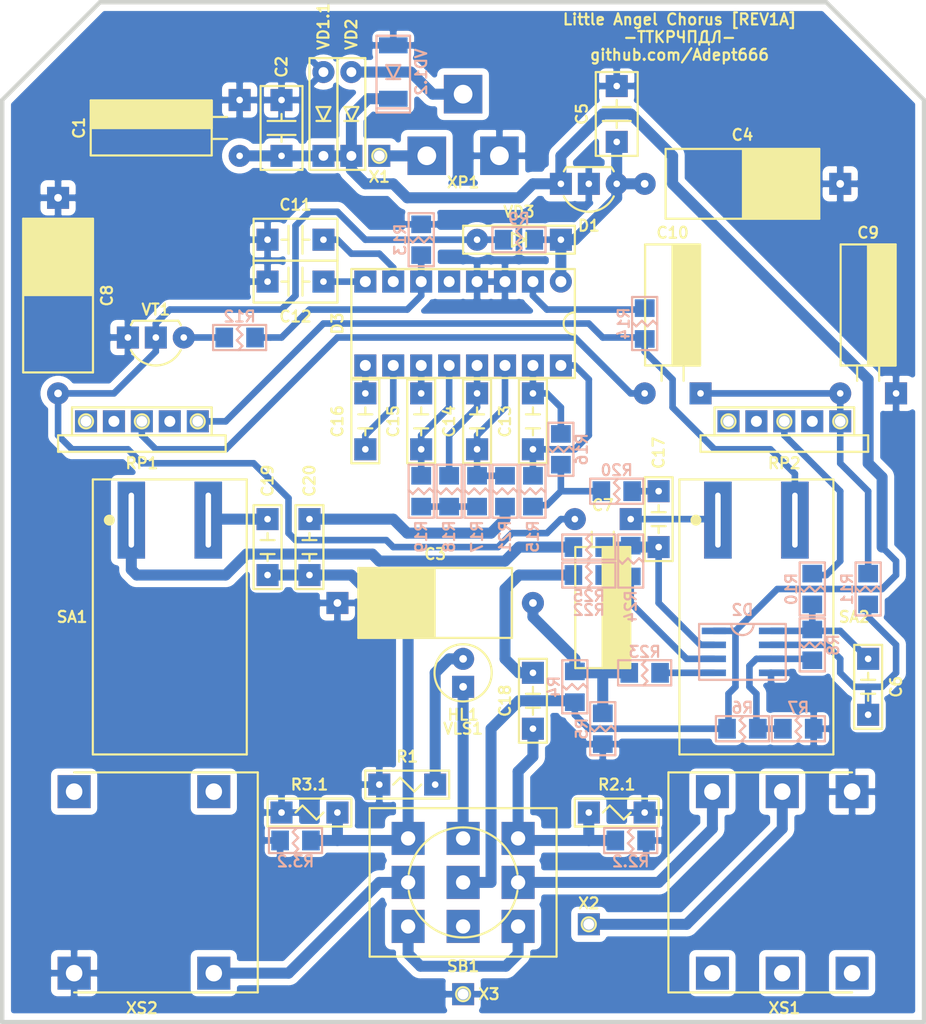
<source format=kicad_pcb>
(kicad_pcb (version 20171130) (host pcbnew 5.1.6-c6e7f7d~87~ubuntu19.10.1)
  (title_block (title "Little Angel Chorus") (date 2020-09-17) (rev 1A) (company "Igor Ivanov") (comment 1 https://github.com/Adept666) (comment 2 "This project is licensed under GNU General Public License v3.0 or later"))
  (layers (0 F.Cu jumper hide) (31 B.Cu signal hide) (36 B.SilkS user) (37 F.SilkS user) (38 B.Mask user) (44 Edge.Cuts user))
  (net 0 "")
  (net 1 COM)
  (net 2 "Net-(HL1-PadC)")
  (net 3 /LED)
  (net 4 "Net-(SB1-PadNC1)")
  (net 5 "Net-(SB1-PadNC2)")
  (net 6 "Net-(XS1-PadSN)")
  (net 7 "Net-(XS1-PadRN)")
  (net 8 "Net-(XS1-PadTN)")
  (net 9 "Net-(XS2-PadSN)")
  (net 10 "Net-(XS2-PadTN)")
  (net 11 /IN-SCH)
  (net 12 /IN-CON)
  (net 13 /OUT-SCH)
  (net 14 /OUT-CON)
  (net 15 /PP3-POS)
  (net 16 /PP3-NEG)
  (net 17 "Net-(C13-Pad1)")
  (net 18 "Net-(C11-Pad2)")
  (net 19 "Net-(C12-Pad2)")
  (net 20 "Net-(C13-Pad2)")
  (net 21 "Net-(C17-Pad2)")
  (net 22 "Net-(C19-Pad1)")
  (net 23 "Net-(D2-Pad6)")
  (net 24 "Net-(D2-Pad5)")
  (net 25 "Net-(D3-Pad6)")
  (net 26 "Net-(D3-Pad5)")
  (net 27 V)
  (net 28 "Net-(R10-Pad2)")
  (net 29 "Net-(RP1-Pad1)")
  (net 30 VB)
  (net 31 VA)
  (net 32 VC)
  (net 33 "Net-(VD2-PadA)")
  (net 34 "Net-(C10-Pad-)")
  (net 35 "Net-(C10-Pad+)")
  (net 36 "Net-(C14-Pad1)")
  (net 37 "Net-(C14-Pad2)")
  (net 38 "Net-(C15-Pad1)")
  (net 39 "Net-(C15-Pad2)")
  (net 40 "Net-(C16-Pad2)")
  (net 41 "Net-(C16-Pad1)")
  (net 42 "Net-(C17-Pad1)")
  (net 43 "Net-(C18-Pad2)")
  (net 44 "Net-(C20-Pad1)")
  (net 45 "Net-(D3-Pad2)")
  (net 46 "Net-(R12-Pad1)")
  (net 47 "Net-(R14-Pad1)")
  (net 48 "Net-(R15-Pad2)")
  (net 49 "Net-(R17-Pad2)")
  (net 50 "Net-(R25-Pad2)")
  (net 51 "Net-(RP2-Pad1)")
  (net 52 "Net-(C6-Pad1)")
  (net 53 "Net-(C6-Pad2)")
  (net 54 "Net-(C7-Pad+)")
  (net 55 "Net-(C7-Pad-)")
  (module SBKCL:G0473_little_angel_chorus_r1a (layer F.Cu) (at 105.41 148.59)
    (fp_text reference VE1 hide)
    (fp_text value G0473 hide)
  )
  (module SBKCL:RP-RK1233N1-KC-PCB (layer F.Cu) (at 134.62 122.08)
    (fp_text reference RP2 (at 0 12.54) (layer F.SilkS) (effects (font (thickness 0.2))))
    (fp_text value B50K hide)
    (pad 3 thru_hole rect (at 5.08 8.73) (size 2 2) (drill 1) (layers B.Cu B.Mask) (net 34 "Net-(C10-Pad-)"))
    (pad NC2 thru_hole rect (at 2.54 8.73) (size 2 2) (drill 1) (layers B.Cu B.Mask))
    (pad 2 thru_hole rect (at 0 8.73) (size 2 2) (drill 1) (layers B.Cu B.Mask) (net 28 "Net-(R10-Pad2)"))
    (pad NC1 thru_hole rect (at -2.54 8.73) (size 2 2) (drill 1) (layers B.Cu B.Mask))
    (pad 1 thru_hole rect (at -5.08 8.73) (size 2 2) (drill 1) (layers B.Cu B.Mask) (net 51 "Net-(RP2-Pad1)"))
  )
  (module SBKCL:RP-RK1233N1-KC-PCB (layer F.Cu) (at 76.2 122.08)
    (fp_text reference RP1 (at 0 12.54) (layer F.SilkS) (effects (font (thickness 0.2))))
    (fp_text value B50K hide)
    (pad 3 thru_hole rect (at 5.08 8.73) (size 2 2) (drill 1) (layers B.Cu B.Mask) (net 47 "Net-(R14-Pad1)"))
    (pad NC2 thru_hole rect (at 2.54 8.73) (size 2 2) (drill 1) (layers B.Cu B.Mask))
    (pad 2 thru_hole rect (at 0 8.73) (size 2 2) (drill 1) (layers B.Cu B.Mask) (net 35 "Net-(C10-Pad+)"))
    (pad NC1 thru_hole rect (at -2.54 8.73) (size 2 2) (drill 1) (layers B.Cu B.Mask))
    (pad 1 thru_hole rect (at -5.08 8.73) (size 2 2) (drill 1) (layers B.Cu B.Mask) (net 29 "Net-(RP1-Pad1)"))
  )
  (module KCL:P-SO-08 (layer B.Cu) (at 130.81 151.765 180)
    (fp_text reference D2 (at 0 3.81) (layer B.SilkS) (effects (font (thickness 0.2)) (justify mirror)))
    (fp_text value 5532 hide)
    (pad 8 smd rect (at 2.6 1.905 180) (size 2.2 0.6) (layers B.Cu B.Mask) (net 27 V))
    (pad 7 smd rect (at 2.6 0.635 180) (size 2.2 0.6) (layers B.Cu B.Mask) (net 21 "Net-(C17-Pad2)"))
    (pad 6 smd rect (at 2.6 -0.635 180) (size 2.2 0.6) (layers B.Cu B.Mask) (net 23 "Net-(D2-Pad6)"))
    (pad 5 smd rect (at 2.6 -1.905 180) (size 2.2 0.6) (layers B.Cu B.Mask) (net 24 "Net-(D2-Pad5)"))
    (pad 4 smd rect (at -2.6 -1.905 180) (size 2.2 0.6) (layers B.Cu B.Mask) (net 1 COM))
    (pad 3 smd rect (at -2.6 -0.635 180) (size 2.2 0.6) (layers B.Cu B.Mask) (net 32 VC))
    (pad 2 smd rect (at -2.6 0.635 180) (size 2.2 0.6) (layers B.Cu B.Mask) (net 53 "Net-(C6-Pad2)"))
    (pad 1 smd rect (at -2.6 1.905 180) (size 2.2 0.6) (layers B.Cu B.Mask) (net 52 "Net-(C6-Pad1)"))
  )
  (module KCL:R-SM-1206 (layer B.Cu) (at 90.17 168.91)
    (fp_text reference R3.2 (at 0 1.905) (layer B.SilkS) (effects (font (thickness 0.2)) (justify mirror)))
    (fp_text value 104 hide)
    (pad 2 smd rect (at 1.4 0) (size 1.6 1.8) (layers B.Cu B.Mask) (net 13 /OUT-SCH))
    (pad 1 smd rect (at -1.4 0) (size 1.6 1.8) (layers B.Cu B.Mask) (net 1 COM))
  )
  (module KCL:R-SM-1206 (layer B.Cu) (at 120.65 168.91 180)
    (fp_text reference R2.2 (at 0 -1.905) (layer B.SilkS) (effects (font (thickness 0.2)) (justify mirror)))
    (fp_text value 105 hide)
    (pad 2 smd rect (at 1.4 0 180) (size 1.6 1.8) (layers B.Cu B.Mask) (net 11 /IN-SCH))
    (pad 1 smd rect (at -1.4 0 180) (size 1.6 1.8) (layers B.Cu B.Mask) (net 1 COM))
  )
  (module KCL:R-SM-1206 (layer B.Cu) (at 135.89 158.75 180)
    (fp_text reference R7 (at 0 1.905) (layer B.SilkS) (effects (font (thickness 0.2)) (justify mirror)))
    (fp_text value 473 hide)
    (pad 2 smd rect (at 1.4 0 180) (size 1.6 1.8) (layers B.Cu B.Mask) (net 32 VC))
    (pad 1 smd rect (at -1.4 0 180) (size 1.6 1.8) (layers B.Cu B.Mask) (net 1 COM))
  )
  (module KCL:R-SM-1206 (layer B.Cu) (at 130.81 158.75 180)
    (fp_text reference R6 (at 0 1.905) (layer B.SilkS) (effects (font (thickness 0.2)) (justify mirror)))
    (fp_text value 104 hide)
    (pad 2 smd rect (at 1.4 0 180) (size 1.6 1.8) (layers B.Cu B.Mask) (net 27 V))
    (pad 1 smd rect (at -1.4 0 180) (size 1.6 1.8) (layers B.Cu B.Mask) (net 32 VC))
  )
  (module KCL:R-SM-1206 (layer B.Cu) (at 118.11 158.75 90)
    (fp_text reference R5 (at 0 -1.905 270) (layer B.SilkS) (effects (font (thickness 0.2)) (justify mirror)))
    (fp_text value 103 hide)
    (pad 2 smd rect (at 1.4 0 90) (size 1.6 1.8) (layers B.Cu B.Mask) (net 30 VB))
    (pad 1 smd rect (at -1.4 0 90) (size 1.6 1.8) (layers B.Cu B.Mask) (net 1 COM))
  )
  (module KCL:R-SM-1206 (layer B.Cu) (at 115.57 154.94 270)
    (fp_text reference R4 (at 0 1.905 90) (layer B.SilkS) (effects (font (thickness 0.2)) (justify mirror)))
    (fp_text value 103 hide)
    (pad 2 smd rect (at 1.4 0 270) (size 1.6 1.8) (layers B.Cu B.Mask) (net 27 V))
    (pad 1 smd rect (at -1.4 0 270) (size 1.6 1.8) (layers B.Cu B.Mask) (net 30 VB))
  )
  (module KCL:CP-AXIAL-D06-L13-d0.6 (layer F.Cu) (at 102.87 147.32 180)
    (fp_text reference C3 (at 0 4.445) (layer F.SilkS) (effects (font (thickness 0.2))))
    (fp_text value 476 hide)
    (pad - thru_hole rect (at 8.89 0 180) (size 2 2) (drill 0.7) (layers *.Cu *.Mask) (net 1 COM))
    (pad + thru_hole circle (at -8.89 0 180) (size 2 2) (drill 0.7) (layers *.Cu *.Mask) (net 30 VB))
  )
  (module KCL:SW-KN3-1-PCB (layer F.Cu) (at 132.08 148.59)
    (fp_text reference SA2 (at 8.89 0) (layer F.SilkS) (effects (font (thickness 0.2))))
    (fp_text value KN3-1 hide)
    (pad NO thru_hole rect (at 3.5 -8.8) (size 2.5 7) (drill oval 0.5 5) (layers B.Cu B.Mask) (net 47 "Net-(R14-Pad1)"))
    (pad COM thru_hole rect (at -3.5 -8.8) (size 2.5 7) (drill oval 0.5 5) (layers B.Cu B.Mask) (net 55 "Net-(C7-Pad-)"))
  )
  (module KCL:SW-KN3-1-PCB (layer F.Cu) (at 78.74 148.59)
    (fp_text reference SA1 (at -8.89 0) (layer F.SilkS) (effects (font (thickness 0.2))))
    (fp_text value KN3-1 hide)
    (pad NO thru_hole rect (at 3.5 -8.8) (size 2.5 7) (drill oval 0.5 5) (layers B.Cu B.Mask) (net 22 "Net-(C19-Pad1)"))
    (pad COM thru_hole rect (at -3.5 -8.8) (size 2.5 7) (drill oval 0.5 5) (layers B.Cu B.Mask) (net 50 "Net-(R25-Pad2)"))
  )
  (module KCL:CP-RADIAL-D05.0-P02.0-d0.5-L11-HD (layer F.Cu) (at 118.11 139.7)
    (fp_text reference C7 (at 0 -1.27) (layer F.SilkS) (effects (font (thickness 0.2))))
    (fp_text value 106 hide)
    (pad + thru_hole circle (at -2.54 0) (size 2 2) (drill 0.6) (layers *.Cu *.Mask) (net 54 "Net-(C7-Pad+)"))
    (pad - thru_hole rect (at 2.54 0) (size 2 2) (drill 0.6) (layers *.Cu *.Mask) (net 55 "Net-(C7-Pad-)"))
  )
  (module KCL:P-DO-41 (layer F.Cu) (at 95.25 102.87 270)
    (fp_text reference VD2 (at -5.715 0 90) (layer F.SilkS) (effects (font (thickness 0.2)) (justify left)))
    (fp_text value 5817 hide)
    (pad A thru_hole circle (at -3.81 0 270) (size 2 2) (drill 0.9) (layers *.Cu *.Mask) (net 33 "Net-(VD2-PadA)"))
    (pad C thru_hole rect (at 3.81 0 270) (size 2 2) (drill 0.9) (layers *.Cu *.Mask) (net 27 V))
  )
  (module KCL:P-TO-92-C-B-E (layer F.Cu) (at 77.47 123.19 180)
    (fp_text reference VT1 (at 0 2.54) (layer F.SilkS) (effects (font (thickness 0.2))))
    (fp_text value 3904 hide)
    (pad E thru_hole rect (at 2.54 0 180) (size 2 2) (drill 0.6) (layers *.Cu *.Mask) (net 1 COM))
    (pad B thru_hole rect (at 0 0 180) (size 2 2) (drill 0.6) (layers *.Cu *.Mask) (net 54 "Net-(C7-Pad+)"))
    (pad C thru_hole circle (at -2.54 0 180) (size 2 2) (drill 0.6) (layers *.Cu *.Mask) (net 46 "Net-(R12-Pad1)"))
  )
  (module KCL:P-DO-35 (layer F.Cu) (at 110.49 114.3)
    (fp_text reference VD3 (at 0 -2.54) (layer F.SilkS) (effects (font (thickness 0.2))))
    (fp_text value 4148 hide)
    (pad A thru_hole circle (at -3.81 0) (size 2 2) (drill 0.6) (layers *.Cu *.Mask) (net 54 "Net-(C7-Pad+)"))
    (pad C thru_hole rect (at 3.81 0) (size 2 2) (drill 0.6) (layers *.Cu *.Mask) (net 31 VA))
  )
  (module KCL:R-SM-1206 (layer B.Cu) (at 137.16 146.05 90)
    (fp_text reference R10 (at 0 -1.905 90) (layer B.SilkS) (effects (font (thickness 0.2)) (justify mirror)))
    (fp_text value 472 hide)
    (pad 2 smd rect (at 1.4 0 90) (size 1.6 1.8) (layers B.Cu B.Mask) (net 28 "Net-(R10-Pad2)"))
    (pad 1 smd rect (at -1.4 0 90) (size 1.6 1.8) (layers B.Cu B.Mask) (net 52 "Net-(C6-Pad1)"))
  )
  (module KCL:R-SM-1206 (layer B.Cu) (at 142.24 146.05 90)
    (fp_text reference R11 (at 0 -1.905 90) (layer B.SilkS) (effects (font (thickness 0.2)) (justify mirror)))
    (fp_text value 224 hide)
    (pad 2 smd rect (at 1.4 0 90) (size 1.6 1.8) (layers B.Cu B.Mask) (net 34 "Net-(C10-Pad-)"))
    (pad 1 smd rect (at -1.4 0 90) (size 1.6 1.8) (layers B.Cu B.Mask) (net 53 "Net-(C6-Pad2)"))
  )
  (module KCL:R-SM-1206 (layer B.Cu) (at 121.92 121.92 90)
    (fp_text reference R14 (at 0 -1.905 90) (layer B.SilkS) (effects (font (thickness 0.2)) (justify mirror)))
    (fp_text value 333 hide)
    (pad 2 smd rect (at 1.4 0 90) (size 1.6 1.8) (layers B.Cu B.Mask) (net 45 "Net-(D3-Pad2)"))
    (pad 1 smd rect (at -1.4 0 90) (size 1.6 1.8) (layers B.Cu B.Mask) (net 47 "Net-(R14-Pad1)"))
  )
  (module KCL:R-SM-1206 (layer B.Cu) (at 121.92 153.67)
    (fp_text reference R23 (at 0 -1.905) (layer B.SilkS) (effects (font (thickness 0.2)) (justify mirror)))
    (fp_text value 334 hide)
    (pad 2 smd rect (at 1.4 0) (size 1.6 1.8) (layers B.Cu B.Mask) (net 24 "Net-(D2-Pad5)"))
    (pad 1 smd rect (at -1.4 0) (size 1.6 1.8) (layers B.Cu B.Mask) (net 30 VB))
  )
  (module KCL:R-SM-1206 (layer B.Cu) (at 101.6 114.3 270)
    (fp_text reference R13 (at 0 1.905 90) (layer B.SilkS) (effects (font (thickness 0.2)) (justify mirror)))
    (fp_text value 222 hide)
    (pad 2 smd rect (at 1.4 0 270) (size 1.6 1.8) (layers B.Cu B.Mask) (net 25 "Net-(D3-Pad6)"))
    (pad 1 smd rect (at -1.4 0 270) (size 1.6 1.8) (layers B.Cu B.Mask) (net 1 COM))
  )
  (module KCL:R-SM-1206 (layer B.Cu) (at 110.49 114.3)
    (fp_text reference R9 (at 0 -1.905) (layer B.SilkS) (effects (font (thickness 0.2)) (justify mirror)))
    (fp_text value 683 hide)
    (pad 2 smd rect (at 1.4 0) (size 1.6 1.8) (layers B.Cu B.Mask) (net 31 VA))
    (pad 1 smd rect (at -1.4 0) (size 1.6 1.8) (layers B.Cu B.Mask) (net 54 "Net-(C7-Pad+)"))
  )
  (module KCL:CP-RADIAL-D05.0-P02.0-d0.5-L11-HU (layer F.Cu) (at 142.24 128.27)
    (fp_text reference C9 (at 0 -14.605) (layer F.SilkS) (effects (font (thickness 0.2))))
    (fp_text value 106 hide)
    (pad + thru_hole circle (at -2.54 0) (size 2 2) (drill 0.6) (layers *.Cu *.Mask) (net 34 "Net-(C10-Pad-)"))
    (pad - thru_hole rect (at 2.54 0) (size 2 2) (drill 0.6) (layers *.Cu *.Mask) (net 1 COM))
  )
  (module KCL:CP-RADIAL-D05.0-P02.0-d0.5-L11-HU (layer F.Cu) (at 124.46 128.27)
    (fp_text reference C10 (at 0 -14.605) (layer F.SilkS) (effects (font (thickness 0.2))))
    (fp_text value 106 hide)
    (pad + thru_hole circle (at -2.54 0) (size 2 2) (drill 0.6) (layers *.Cu *.Mask) (net 35 "Net-(C10-Pad+)"))
    (pad - thru_hole rect (at 2.54 0) (size 2 2) (drill 0.6) (layers *.Cu *.Mask) (net 34 "Net-(C10-Pad-)"))
  )
  (module KCL:CP-AXIAL-D06-L13-d0.6 (layer F.Cu) (at 68.58 119.38 90)
    (fp_text reference C8 (at 0 4.445 90) (layer F.SilkS) (effects (font (thickness 0.2))))
    (fp_text value 476 hide)
    (pad - thru_hole rect (at 8.89 0 90) (size 2 2) (drill 0.7) (layers *.Cu *.Mask) (net 1 COM))
    (pad + thru_hole circle (at -8.89 0 90) (size 2 2) (drill 0.7) (layers *.Cu *.Mask) (net 54 "Net-(C7-Pad+)"))
  )
  (module KCL:C-RECT-L07.3-W02.5-P05.08-d0.5 (layer F.Cu) (at 87.63 142.24 270)
    (fp_text reference C19 (at -4.445 0 90) (layer F.SilkS) (effects (font (thickness 0.2)) (justify left)))
    (fp_text value 104 hide)
    (pad 1 thru_hole rect (at -2.54 0 270) (size 2 2) (drill 0.6) (layers B.Cu B.Mask) (net 22 "Net-(C19-Pad1)"))
    (pad 2 thru_hole rect (at 2.54 0 270) (size 2 2) (drill 0.6) (layers B.Cu B.Mask) (net 13 /OUT-SCH))
  )
  (module KCL:C-RECT-L07.3-W02.5-P05.08-d0.5 (layer F.Cu) (at 142.24 154.94 270)
    (fp_text reference C6 (at 0 -2.54 90) (layer F.SilkS) (effects (font (thickness 0.2))))
    (fp_text value 103 hide)
    (pad 1 thru_hole rect (at -2.54 0 270) (size 2 2) (drill 0.6) (layers B.Cu B.Mask) (net 52 "Net-(C6-Pad1)"))
    (pad 2 thru_hole rect (at 2.54 0 270) (size 2 2) (drill 0.6) (layers B.Cu B.Mask) (net 53 "Net-(C6-Pad2)"))
  )
  (module KCL:C-RECT-L07.3-W02.5-P05.08-d0.5 (layer F.Cu) (at 91.44 142.24 270)
    (fp_text reference C20 (at -4.445 0 90) (layer F.SilkS) (effects (font (thickness 0.2)) (justify left)))
    (fp_text value 104 hide)
    (pad 1 thru_hole rect (at -2.54 0 270) (size 2 2) (drill 0.6) (layers B.Cu B.Mask) (net 44 "Net-(C20-Pad1)"))
    (pad 2 thru_hole rect (at 2.54 0 270) (size 2 2) (drill 0.6) (layers B.Cu B.Mask) (net 13 /OUT-SCH))
  )
  (module KCL:C-RECT-L07.3-W02.5-P05.08-d0.5 (layer F.Cu) (at 123.19 139.7 270)
    (fp_text reference C17 (at -4.445 0 90) (layer F.SilkS) (effects (font (thickness 0.2)) (justify left)))
    (fp_text value 104 hide)
    (pad 1 thru_hole rect (at -2.54 0 270) (size 2 2) (drill 0.6) (layers B.Cu B.Mask) (net 42 "Net-(C17-Pad1)"))
    (pad 2 thru_hole rect (at 2.54 0 270) (size 2 2) (drill 0.6) (layers B.Cu B.Mask) (net 21 "Net-(C17-Pad2)"))
  )
  (module KCL:P-DO-41 (layer F.Cu) (at 92.71 102.87 270)
    (fp_text reference VD1.1 (at -5.715 0 90) (layer F.SilkS) (effects (font (thickness 0.2)) (justify left)))
    (fp_text value 4001 hide)
    (pad A thru_hole circle (at -3.81 0 270) (size 2 2) (drill 0.9) (layers *.Cu *.Mask) (net 1 COM))
    (pad C thru_hole rect (at 3.81 0 270) (size 2 2) (drill 0.9) (layers *.Cu *.Mask) (net 27 V))
  )
  (module KCL:R-SM-1206 (layer B.Cu) (at 85.09 123.19)
    (fp_text reference R12 (at 0 -1.905) (layer B.SilkS) (effects (font (thickness 0.2)) (justify mirror)))
    (fp_text value 101 hide)
    (pad 2 smd rect (at 1.4 0) (size 1.6 1.8) (layers B.Cu B.Mask) (net 25 "Net-(D3-Pad6)"))
    (pad 1 smd rect (at -1.4 0) (size 1.6 1.8) (layers B.Cu B.Mask) (net 46 "Net-(R12-Pad1)"))
  )
  (module KCL:R-SM-1206 (layer B.Cu) (at 137.16 151.13 90)
    (fp_text reference R8 (at 0 1.905 90) (layer B.SilkS) (effects (font (thickness 0.2)) (justify mirror)))
    (fp_text value 224 hide)
    (pad 2 smd rect (at 1.4 0 90) (size 1.6 1.8) (layers B.Cu B.Mask) (net 52 "Net-(C6-Pad1)"))
    (pad 1 smd rect (at -1.4 0 90) (size 1.6 1.8) (layers B.Cu B.Mask) (net 32 VC))
  )
  (module KCL:R-SM-1206 (layer B.Cu) (at 109.22 137.16 270)
    (fp_text reference R21 (at 2.54 0 90) (layer B.SilkS) (effects (font (thickness 0.2)) (justify left mirror)))
    (fp_text value 103 hide)
    (pad 2 smd rect (at 1.4 0 270) (size 1.6 1.8) (layers B.Cu B.Mask) (net 44 "Net-(C20-Pad1)"))
    (pad 1 smd rect (at -1.4 0 270) (size 1.6 1.8) (layers B.Cu B.Mask) (net 36 "Net-(C14-Pad1)"))
  )
  (module KCL:R-SM-1206 (layer B.Cu) (at 116.84 142.24 180)
    (fp_text reference R25 (at 0 -4.445) (layer B.SilkS) (effects (font (thickness 0.2)) (justify mirror)))
    (fp_text value 103 hide)
    (pad 2 smd rect (at 1.4 0 180) (size 1.6 1.8) (layers B.Cu B.Mask) (net 50 "Net-(R25-Pad2)"))
    (pad 1 smd rect (at -1.4 0 180) (size 1.6 1.8) (layers B.Cu B.Mask) (net 21 "Net-(C17-Pad2)"))
  )
  (module KCL:R-SM-1206 (layer B.Cu) (at 119.38 137.16)
    (fp_text reference R20 (at 0 -1.905) (layer B.SilkS) (effects (font (thickness 0.2)) (justify mirror)))
    (fp_text value 103 hide)
    (pad 2 smd rect (at 1.4 0) (size 1.6 1.8) (layers B.Cu B.Mask) (net 42 "Net-(C17-Pad1)"))
    (pad 1 smd rect (at -1.4 0) (size 1.6 1.8) (layers B.Cu B.Mask) (net 48 "Net-(R15-Pad2)"))
  )
  (module KCL:R-SM-1206 (layer B.Cu) (at 101.6 137.16 270)
    (fp_text reference R19 (at 2.54 0 90) (layer B.SilkS) (effects (font (thickness 0.2)) (justify left mirror)))
    (fp_text value 103 hide)
    (pad 2 smd rect (at 1.4 0 270) (size 1.6 1.8) (layers B.Cu B.Mask) (net 49 "Net-(R17-Pad2)"))
    (pad 1 smd rect (at -1.4 0 270) (size 1.6 1.8) (layers B.Cu B.Mask) (net 38 "Net-(C15-Pad1)"))
  )
  (module KCL:R-SM-1206 (layer B.Cu) (at 104.14 137.16 270)
    (fp_text reference R18 (at 2.54 0 90) (layer B.SilkS) (effects (font (thickness 0.2)) (justify left mirror)))
    (fp_text value 103 hide)
    (pad 2 smd rect (at 1.4 0 270) (size 1.6 1.8) (layers B.Cu B.Mask) (net 49 "Net-(R17-Pad2)"))
    (pad 1 smd rect (at -1.4 0 270) (size 1.6 1.8) (layers B.Cu B.Mask) (net 37 "Net-(C14-Pad2)"))
  )
  (module KCL:R-SM-1206 (layer B.Cu) (at 106.68 137.16 270)
    (fp_text reference R17 (at 2.54 0 90) (layer B.SilkS) (effects (font (thickness 0.2)) (justify left mirror)))
    (fp_text value 103 hide)
    (pad 2 smd rect (at 1.4 0 270) (size 1.6 1.8) (layers B.Cu B.Mask) (net 49 "Net-(R17-Pad2)"))
    (pad 1 smd rect (at -1.4 0 270) (size 1.6 1.8) (layers B.Cu B.Mask) (net 36 "Net-(C14-Pad1)"))
  )
  (module KCL:R-SM-1206 (layer B.Cu) (at 114.3 133.35 270)
    (fp_text reference R16 (at 0 -1.905 90) (layer B.SilkS) (effects (font (thickness 0.2)) (justify mirror)))
    (fp_text value 103 hide)
    (pad 2 smd rect (at 1.4 0 270) (size 1.6 1.8) (layers B.Cu B.Mask) (net 48 "Net-(R15-Pad2)"))
    (pad 1 smd rect (at -1.4 0 270) (size 1.6 1.8) (layers B.Cu B.Mask) (net 20 "Net-(C13-Pad2)"))
  )
  (module KCL:R-SM-1206 (layer B.Cu) (at 111.76 137.16 270)
    (fp_text reference R15 (at 2.54 0 90) (layer B.SilkS) (effects (font (thickness 0.2)) (justify left mirror)))
    (fp_text value 103 hide)
    (pad 2 smd rect (at 1.4 0 270) (size 1.6 1.8) (layers B.Cu B.Mask) (net 48 "Net-(R15-Pad2)"))
    (pad 1 smd rect (at -1.4 0 270) (size 1.6 1.8) (layers B.Cu B.Mask) (net 17 "Net-(C13-Pad1)"))
  )
  (module KCL:R-SM-1206 (layer B.Cu) (at 120.65 143.51 90)
    (fp_text reference R24 (at -2.54 0 90) (layer B.SilkS) (effects (font (thickness 0.2)) (justify left mirror)))
    (fp_text value 105 hide)
    (pad 2 smd rect (at 1.4 0 90) (size 1.6 1.8) (layers B.Cu B.Mask) (net 21 "Net-(C17-Pad2)"))
    (pad 1 smd rect (at -1.4 0 90) (size 1.6 1.8) (layers B.Cu B.Mask) (net 23 "Net-(D2-Pad6)"))
  )
  (module KCL:R-SM-1206 (layer B.Cu) (at 116.84 144.78)
    (fp_text reference R22 (at 0 3.175) (layer B.SilkS) (effects (font (thickness 0.2)) (justify mirror)))
    (fp_text value 474 hide)
    (pad 2 smd rect (at 1.4 0) (size 1.6 1.8) (layers B.Cu B.Mask) (net 23 "Net-(D2-Pad6)"))
    (pad 1 smd rect (at -1.4 0) (size 1.6 1.8) (layers B.Cu B.Mask) (net 43 "Net-(C18-Pad2)"))
  )
  (module KCL:P-DIP-16 (layer F.Cu) (at 105.41 121.92 270)
    (fp_text reference D3 (at 0 11.43 90) (layer F.SilkS) (effects (font (thickness 0.2))))
    (fp_text value 2399 hide)
    (pad 10 thru_hole rect (at 3.81 6.35 270) (size 2 2) (drill 1) (layers *.Cu *.Mask) (net 41 "Net-(C16-Pad1)"))
    (pad 9 thru_hole rect (at 3.81 8.89 270) (size 2 2) (drill 1) (layers *.Cu *.Mask) (net 40 "Net-(C16-Pad2)"))
    (pad 12 thru_hole rect (at 3.81 1.27 270) (size 2 2) (drill 1) (layers *.Cu *.Mask) (net 38 "Net-(C15-Pad1)"))
    (pad 11 thru_hole rect (at 3.81 3.81 270) (size 2 2) (drill 1) (layers *.Cu *.Mask) (net 39 "Net-(C15-Pad2)"))
    (pad 8 thru_hole rect (at -3.81 8.89 270) (size 2 2) (drill 1) (layers *.Cu *.Mask) (net 19 "Net-(C12-Pad2)"))
    (pad 6 thru_hole rect (at -3.81 3.81 270) (size 2 2) (drill 1) (layers *.Cu *.Mask) (net 25 "Net-(D3-Pad6)"))
    (pad 7 thru_hole rect (at -3.81 6.35 270) (size 2 2) (drill 1) (layers *.Cu *.Mask) (net 18 "Net-(C11-Pad2)"))
    (pad 5 thru_hole rect (at -3.81 1.27 270) (size 2 2) (drill 1) (layers *.Cu *.Mask) (net 26 "Net-(D3-Pad5)"))
    (pad 16 thru_hole rect (at 3.81 -8.89 270) (size 2 2) (drill 1) (layers *.Cu *.Mask) (net 17 "Net-(C13-Pad1)"))
    (pad 15 thru_hole rect (at 3.81 -6.35 270) (size 2 2) (drill 1) (layers *.Cu *.Mask) (net 20 "Net-(C13-Pad2)"))
    (pad 14 thru_hole rect (at 3.81 -3.81 270) (size 2 2) (drill 1) (layers *.Cu *.Mask) (net 36 "Net-(C14-Pad1)"))
    (pad 13 thru_hole rect (at 3.81 -1.27 270) (size 2 2) (drill 1) (layers *.Cu *.Mask) (net 37 "Net-(C14-Pad2)"))
    (pad 4 thru_hole rect (at -3.81 -1.27 270) (size 2 2) (drill 1) (layers *.Cu *.Mask) (net 1 COM))
    (pad 3 thru_hole rect (at -3.81 -3.81 270) (size 2 2) (drill 1) (layers *.Cu *.Mask) (net 1 COM))
    (pad 2 thru_hole rect (at -3.81 -6.35 270) (size 2 2) (drill 1) (layers *.Cu *.Mask) (net 45 "Net-(D3-Pad2)"))
    (pad 1 thru_hole circle (at -3.81 -8.89 270) (size 2 2) (drill 1) (layers *.Cu *.Mask) (net 31 VA))
  )
  (module KCL:P-TO-92-OUT-GND-IN (layer F.Cu) (at 116.84 109.22 180)
    (fp_text reference D1 (at 0 -3.81) (layer F.SilkS) (effects (font (thickness 0.2))))
    (fp_text value 78L05 hide)
    (pad IN thru_hole rect (at 2.54 0 180) (size 2 2) (drill 0.6) (layers *.Cu *.Mask) (net 27 V))
    (pad GND thru_hole rect (at 0 0 180) (size 2 2) (drill 0.6) (layers *.Cu *.Mask) (net 1 COM))
    (pad OUT thru_hole circle (at -2.54 0 180) (size 2 2) (drill 0.6) (layers *.Cu *.Mask) (net 31 VA))
  )
  (module KCL:C-DISK-D04.2-T03.0-P05.08-d0.5 (layer F.Cu) (at 119.38 102.87 90)
    (fp_text reference C5 (at 0 -3.175 90) (layer F.SilkS) (effects (font (thickness 0.2))))
    (fp_text value 104 hide)
    (pad 1 thru_hole rect (at -2.54 0 90) (size 2 2) (drill 0.6) (layers *.Cu *.Mask) (net 31 VA))
    (pad 2 thru_hole rect (at 2.54 0 90) (size 2 2) (drill 0.6) (layers *.Cu *.Mask) (net 1 COM))
  )
  (module KCL:CP-AXIAL-D06-L13-d0.6 (layer F.Cu) (at 130.81 109.22)
    (fp_text reference C4 (at 0 -4.445) (layer F.SilkS) (effects (font (thickness 0.2))))
    (fp_text value 476 hide)
    (pad - thru_hole rect (at 8.89 0) (size 2 2) (drill 0.7) (layers *.Cu *.Mask) (net 1 COM))
    (pad + thru_hole circle (at -8.89 0) (size 2 2) (drill 0.7) (layers *.Cu *.Mask) (net 31 VA))
  )
  (module KCL:C-RECT-L07.3-W02.5-P05.08-d0.5 (layer F.Cu) (at 106.68 130.81 90)
    (fp_text reference C14 (at 0 -2.54 90) (layer F.SilkS) (effects (font (thickness 0.2))))
    (fp_text value 102 hide)
    (pad 1 thru_hole rect (at -2.54 0 90) (size 2 2) (drill 0.6) (layers B.Cu B.Mask) (net 36 "Net-(C14-Pad1)"))
    (pad 2 thru_hole rect (at 2.54 0 90) (size 2 2) (drill 0.6) (layers B.Cu B.Mask) (net 37 "Net-(C14-Pad2)"))
  )
  (module KCL:C-RECT-L07.3-W02.5-P05.08-d0.5 (layer F.Cu) (at 111.76 130.81 90)
    (fp_text reference C13 (at 0 -2.54 90) (layer F.SilkS) (effects (font (thickness 0.2))))
    (fp_text value 332 hide)
    (pad 1 thru_hole rect (at -2.54 0 90) (size 2 2) (drill 0.6) (layers B.Cu B.Mask) (net 17 "Net-(C13-Pad1)"))
    (pad 2 thru_hole rect (at 2.54 0 90) (size 2 2) (drill 0.6) (layers B.Cu B.Mask) (net 20 "Net-(C13-Pad2)"))
  )
  (module KCL:C-RECT-L07.3-W02.5-P05.08-d0.5 (layer F.Cu) (at 96.52 130.81 90)
    (fp_text reference C16 (at 0 -2.54 90) (layer F.SilkS) (effects (font (thickness 0.2))))
    (fp_text value 103 hide)
    (pad 1 thru_hole rect (at -2.54 0 90) (size 2 2) (drill 0.6) (layers B.Cu B.Mask) (net 41 "Net-(C16-Pad1)"))
    (pad 2 thru_hole rect (at 2.54 0 90) (size 2 2) (drill 0.6) (layers B.Cu B.Mask) (net 40 "Net-(C16-Pad2)"))
  )
  (module KCL:C-RECT-L07.3-W02.5-P05.08-d0.5 (layer F.Cu) (at 101.6 130.81 90)
    (fp_text reference C15 (at 0 -2.54 90) (layer F.SilkS) (effects (font (thickness 0.2))))
    (fp_text value 103 hide)
    (pad 1 thru_hole rect (at -2.54 0 90) (size 2 2) (drill 0.6) (layers B.Cu B.Mask) (net 38 "Net-(C15-Pad1)"))
    (pad 2 thru_hole rect (at 2.54 0 90) (size 2 2) (drill 0.6) (layers B.Cu B.Mask) (net 39 "Net-(C15-Pad2)"))
  )
  (module KCL:C-RECT-L07.3-W02.5-P05.08-d0.5 (layer F.Cu) (at 111.76 156.21 90)
    (fp_text reference C18 (at 0 -2.54 90) (layer F.SilkS) (effects (font (thickness 0.2))))
    (fp_text value 104 hide)
    (pad 1 thru_hole rect (at -2.54 0 90) (size 2 2) (drill 0.6) (layers B.Cu B.Mask) (net 11 /IN-SCH))
    (pad 2 thru_hole rect (at 2.54 0 90) (size 2 2) (drill 0.6) (layers B.Cu B.Mask) (net 43 "Net-(C18-Pad2)"))
  )
  (module KCL:C-DISK-D04.2-T03.0-P05.08-d0.5 (layer F.Cu) (at 90.17 118.11)
    (fp_text reference C12 (at 0 3.175) (layer F.SilkS) (effects (font (thickness 0.2))))
    (fp_text value 104 hide)
    (pad 1 thru_hole rect (at -2.54 0) (size 2 2) (drill 0.6) (layers *.Cu *.Mask) (net 1 COM))
    (pad 2 thru_hole rect (at 2.54 0) (size 2 2) (drill 0.6) (layers *.Cu *.Mask) (net 19 "Net-(C12-Pad2)"))
  )
  (module KCL:C-DISK-D04.2-T03.0-P05.08-d0.5 (layer F.Cu) (at 90.17 114.3)
    (fp_text reference C11 (at 0 -3.175) (layer F.SilkS) (effects (font (thickness 0.2))))
    (fp_text value 104 hide)
    (pad 1 thru_hole rect (at -2.54 0) (size 2 2) (drill 0.6) (layers *.Cu *.Mask) (net 1 COM))
    (pad 2 thru_hole rect (at 2.54 0) (size 2 2) (drill 0.6) (layers *.Cu *.Mask) (net 18 "Net-(C11-Pad2)"))
  )
  (module KCL:R-MFR-12 (layer F.Cu) (at 91.44 166.37)
    (fp_text reference R3.1 (at 0 -2.54) (layer F.SilkS) (effects (font (thickness 0.2))))
    (fp_text value 104 hide)
    (pad 1 thru_hole rect (at -2.54 0) (size 2 2) (drill 0.6) (layers *.Cu *.Mask) (net 1 COM))
    (pad 2 thru_hole rect (at 2.54 0) (size 2 2) (drill 0.6) (layers *.Cu *.Mask) (net 13 /OUT-SCH))
  )
  (module KCL:CON-PAD-S-1.0-2.0 (layer F.Cu) (at 105.41 182.88)
    (fp_text reference X3 (at 1.27 0) (layer F.SilkS) (effects (font (thickness 0.2)) (justify left)))
    (fp_text value X3 hide)
    (pad 1 thru_hole rect (at 0 0) (size 2 2) (drill 1) (layers B.Cu B.Mask) (net 1 COM))
  )
  (module KCL:R-MFR-12 (layer F.Cu) (at 119.38 166.37 180)
    (fp_text reference R2.1 (at 0 2.54) (layer F.SilkS) (effects (font (thickness 0.2))))
    (fp_text value 105 hide)
    (pad 1 thru_hole rect (at -2.54 0 180) (size 2 2) (drill 0.6) (layers *.Cu *.Mask) (net 1 COM))
    (pad 2 thru_hole rect (at 2.54 0 180) (size 2 2) (drill 0.6) (layers *.Cu *.Mask) (net 11 /IN-SCH))
  )
  (module KCL:C-DISK-D04.2-T03.0-P05.08-d0.5 (layer F.Cu) (at 88.9 104.14 90)
    (fp_text reference C2 (at 4.445 0 90) (layer F.SilkS) (effects (font (thickness 0.2)) (justify left)))
    (fp_text value 104 hide)
    (pad 1 thru_hole rect (at -2.54 0 90) (size 2 2) (drill 0.6) (layers *.Cu *.Mask) (net 27 V))
    (pad 2 thru_hole rect (at 2.54 0 90) (size 2 2) (drill 0.6) (layers *.Cu *.Mask) (net 1 COM))
  )
  (module KCL:CP-RADIAL-D05.0-P02.0-d0.5-L11-HU (layer F.Cu) (at 85.09 104.14 90)
    (fp_text reference C1 (at 0 -14.605 90) (layer F.SilkS) (effects (font (thickness 0.2))))
    (fp_text value 107 hide)
    (pad + thru_hole circle (at -2.54 0 90) (size 2 2) (drill 0.6) (layers *.Cu *.Mask) (net 27 V))
    (pad - thru_hole rect (at 2.54 0 90) (size 2 2) (drill 0.6) (layers *.Cu *.Mask) (net 1 COM))
  )
  (module KCL:B-PP3-HV (layer F.Cu) (at 105.41 195.58)
    (fp_text reference GB1 hide)
    (fp_text value PP3 hide)
  )
  (module KCL:CON-NYS-2152 (layer F.Cu) (at 66.04 172.72 270)
    (fp_text reference XS2 (at 11.43 -10.16 180) (layer F.SilkS) (effects (font (thickness 0.2))))
    (fp_text value NYS2152 hide)
    (pad S thru_hole rect (at 8.25 -4 270) (size 3 3) (drill 1.5) (layers B.Cu B.Mask) (net 1 COM))
    (pad T thru_hole rect (at 8.25 -16.7 270) (size 3 3) (drill 1.5) (layers B.Cu B.Mask) (net 14 /OUT-CON))
    (pad SN thru_hole rect (at -8.25 -4 270) (size 3 3) (drill 1.5) (layers B.Cu B.Mask) (net 9 "Net-(XS2-PadSN)"))
    (pad TN thru_hole rect (at -8.25 -16.7 270) (size 3 3) (drill 1.5) (layers B.Cu B.Mask) (net 10 "Net-(XS2-PadTN)"))
  )
  (module KCL:CON-NYS-215 (layer F.Cu) (at 144.78 172.72 90)
    (fp_text reference XS1 (at -11.43 -10.16 180) (layer F.SilkS) (effects (font (thickness 0.2))))
    (fp_text value NYS215 hide)
    (pad S thru_hole rect (at 8.25 -4 90) (size 3 3) (drill 1.5) (layers B.Cu B.Mask) (net 1 COM))
    (pad R thru_hole rect (at 8.25 -10.35 90) (size 3 3) (drill 1.5) (layers B.Cu B.Mask) (net 16 /PP3-NEG))
    (pad T thru_hole rect (at 8.25 -16.7 90) (size 3 3) (drill 1.5) (layers B.Cu B.Mask) (net 12 /IN-CON))
    (pad SN thru_hole rect (at -8.25 -4 90) (size 3 3) (drill 1.5) (layers B.Cu B.Mask) (net 6 "Net-(XS1-PadSN)"))
    (pad RN thru_hole rect (at -8.25 -10.35 90) (size 3 3) (drill 1.5) (layers B.Cu B.Mask) (net 7 "Net-(XS1-PadRN)"))
    (pad TN thru_hole rect (at -8.25 -16.7 90) (size 3 3) (drill 1.5) (layers B.Cu B.Mask) (net 8 "Net-(XS1-PadTN)"))
  )
  (module KCL:P-SOD-87 (layer B.Cu) (at 99.06 99.06 270)
    (fp_text reference VD1.2 (at 0 -2.54 90) (layer B.SilkS) (effects (font (thickness 0.2)) (justify mirror)))
    (fp_text value 4001 hide)
    (pad C smd rect (at 2.425 0 270) (size 1.45 2.6) (layers B.Cu B.Mask) (net 27 V))
    (pad A smd rect (at -2.425 0 270) (size 1.45 2.6) (layers B.Cu B.Mask) (net 1 COM))
  )
  (module KCL:CON-PAD-S-1.0-2.0 (layer F.Cu) (at 116.84 176.53)
    (fp_text reference X2 (at 0 -1.905) (layer F.SilkS) (effects (font (thickness 0.2))))
    (fp_text value - hide)
    (pad 1 thru_hole rect (at 0 0) (size 2 2) (drill 1) (layers B.Cu B.Mask) (net 16 /PP3-NEG))
  )
  (module KCL:R-MFR-12 (layer F.Cu) (at 100.33 163.83)
    (fp_text reference R1 (at 0 -2.54) (layer F.SilkS) (effects (font (thickness 0.2))))
    (fp_text value 103)
    (pad 1 thru_hole rect (at -2.54 0) (size 2 2) (drill 0.6) (layers *.Cu *.Mask) (net 1 COM))
    (pad 2 thru_hole rect (at 2.54 0) (size 2 2) (drill 0.6) (layers *.Cu *.Mask) (net 2 "Net-(HL1-PadC)"))
  )
  (module KCL:LED-ROUND-05.0-UNI-SH-SPACER (layer F.Cu) (at 105.41 153.67 270)
    (fp_text reference HL1 (at 3.81 0 180) (layer F.SilkS) (effects (font (thickness 0.2))))
    (fp_text value FYL-5013UWC hide)
    (pad C thru_hole circle (at -1.27 0 270) (size 2 2) (drill 0.7) (layers B.Cu B.Mask) (net 2 "Net-(HL1-PadC)"))
    (pad A thru_hole rect (at 1.27 0 270) (size 2 2) (drill 0.7) (layers B.Cu B.Mask) (net 3 /LED))
  )
  (module KCL:CON-PAD-S-1.0-2.0 (layer F.Cu) (at 97.79 106.68)
    (fp_text reference X1 (at 0 1.905) (layer F.SilkS) (effects (font (thickness 0.2))))
    (fp_text value + hide)
    (pad 1 thru_hole rect (at 0 0) (size 2 2) (drill 1) (layers B.Cu B.Mask) (net 15 /PP3-POS))
  )
  (module KCL:SW-PBS-24-302SP (layer F.Cu) (at 105.41 172.72)
    (fp_text reference SB1 (at 0 7.62) (layer F.SilkS) (effects (font (thickness 0.2))))
    (fp_text value PBS-24-302SP hide)
    (pad COM3 thru_hole rect (at 5 0) (size 3 3) (drill 1.3) (layers B.Cu B.Mask) (net 12 /IN-CON))
    (pad NC3 thru_hole rect (at 5 4) (size 3 3) (drill 1.3) (layers B.Cu B.Mask) (net 4 "Net-(SB1-PadNC1)"))
    (pad NO3 thru_hole rect (at 5 -4) (size 3 3) (drill 1.3) (layers B.Cu B.Mask) (net 11 /IN-SCH))
    (pad COM2 thru_hole rect (at 0 0) (size 3 3) (drill 1.3) (layers B.Cu B.Mask) (net 27 V))
    (pad NC2 thru_hole rect (at 0 4) (size 3 3) (drill 1.3) (layers B.Cu B.Mask) (net 5 "Net-(SB1-PadNC2)"))
    (pad NO2 thru_hole rect (at 0 -4) (size 3 3) (drill 1.3) (layers B.Cu B.Mask) (net 3 /LED))
    (pad NO1 thru_hole rect (at -5 -4) (size 3 3) (drill 1.3) (layers B.Cu B.Mask) (net 13 /OUT-SCH))
    (pad COM1 thru_hole rect (at -5 0) (size 3 3) (drill 1.3) (layers B.Cu B.Mask) (net 14 /OUT-CON))
    (pad NC1 thru_hole rect (at -5 4) (size 3 3) (drill 1.3) (layers B.Cu B.Mask) (net 4 "Net-(SB1-PadNC1)"))
  )
  (module "KCL:CON-(L)7X2RA(H)" (layer F.Cu) (at 105.41 92.71 180)
    (fp_text reference XP1 (at 0 -16.383) (layer F.SilkS) (effects (font (thickness 0.2))))
    (fp_text value 722RA hide)
    (pad S thru_hole rect (at 0 -8.36 180) (size 3.5 3.5) (drill 1.7) (layers *.Cu *.Mask) (net 33 "Net-(VD2-PadA)"))
    (pad SN thru_hole rect (at 3.3 -13.96 180) (size 3.5 3.5) (drill 1.7) (layers *.Cu *.Mask) (net 15 /PP3-POS))
    (pad C thru_hole rect (at -3.3 -13.96 180) (size 3.5 3.5) (drill 1.7) (layers *.Cu *.Mask) (net 1 COM))
  )
  (module KCL:VLS-BR (layer F.Cu) (at 105.41 153.67)
    (fp_text reference VLS1 (at 0 5.08) (layer F.SilkS) (effects (font (thickness 0.2))))
    (fp_text value BR-17.8 hide)
  )
  (gr_text "Little Angel Chorus [REV1A]\n-ТТКРЧПДЛ-\ngithub.com/Adept666" (at 125.095 95.885) (layer F.SilkS) (effects (font (size 1 1) (thickness 0.2))))
  (gr_line (start 138.43 92.71) (end 147.32 101.6) (layer Edge.Cuts) (width 0.4))
  (gr_line (start 63.5 101.6) (end 72.39 92.71) (layer Edge.Cuts) (width 0.4))
  (gr_line (start 147.32 101.6) (end 147.32 185.42) (layer Edge.Cuts) (width 0.4))
  (gr_line (start 63.5 101.6) (end 63.5 185.42) (layer Edge.Cuts) (width 0.4))
  (gr_line (start 63.5 185.42) (end 147.32 185.42) (layer Edge.Cuts) (width 0.4))
  (gr_line (start 72.39 92.71) (end 138.43 92.71) (layer Edge.Cuts) (width 0.4))
  (segment (start 110.49 112.395) (end 110.49 116.205) (width 0.6) (layer B.Cu) (net 1))
  (segment (start 102.87 153.67) (end 104.14 152.4) (width 1) (layer B.Cu) (net 2))
  (segment (start 105.41 152.4) (end 104.14 152.4) (width 1) (layer B.Cu) (net 2))
  (segment (start 102.87 153.67) (end 102.87 163.83) (width 1) (layer B.Cu) (net 2))
  (segment (start 105.41 168.72) (end 105.41 154.94) (width 1) (layer B.Cu) (net 3))
  (segment (start 101.53 180.34) (end 109.29 180.34) (width 1) (layer B.Cu) (net 4))
  (segment (start 110.41 179.22) (end 109.29 180.34) (width 1) (layer B.Cu) (net 4))
  (segment (start 110.41 176.72) (end 110.41 179.22) (width 1) (layer B.Cu) (net 4))
  (segment (start 100.41 179.22) (end 101.53 180.34) (width 1) (layer B.Cu) (net 4))
  (segment (start 100.41 176.72) (end 100.41 179.22) (width 1) (layer B.Cu) (net 4))
  (segment (start 110.41 162.64) (end 110.41 168.72) (width 1) (layer B.Cu) (net 11))
  (segment (start 111.76 161.29) (end 110.41 162.64) (width 1) (layer B.Cu) (net 11))
  (segment (start 111.76 158.75) (end 111.76 161.29) (width 1) (layer B.Cu) (net 11))
  (segment (start 119.25 168.91) (end 116.84 168.91) (width 1) (layer B.Cu) (net 11))
  (segment (start 116.84 168.91) (end 116.84 166.37) (width 1) (layer B.Cu) (net 11))
  (segment (start 116.84 168.91) (end 110.41 168.91) (width 1) (layer B.Cu) (net 11))
  (segment (start 123.19 172.72) (end 110.41 172.72) (width 1) (layer B.Cu) (net 12))
  (segment (start 128.08 164.47) (end 128.08 167.83) (width 1) (layer B.Cu) (net 12))
  (segment (start 128.08 167.83) (end 123.19 172.72) (width 1) (layer B.Cu) (net 12))
  (segment (start 87.63 144.78) (end 91.44 144.78) (width 1) (layer B.Cu) (net 13))
  (segment (start 100.41 149.94) (end 100.41 168.72) (width 1) (layer B.Cu) (net 13))
  (segment (start 91.44 144.78) (end 95.25 144.78) (width 1) (layer B.Cu) (net 13))
  (segment (start 95.25 144.78) (end 100.41 149.94) (width 1) (layer B.Cu) (net 13))
  (segment (start 91.57 168.91) (end 93.98 168.91) (width 1) (layer B.Cu) (net 13))
  (segment (start 93.98 168.91) (end 93.98 166.37) (width 1) (layer B.Cu) (net 13))
  (segment (start 93.98 168.91) (end 100.41 168.91) (width 1) (layer B.Cu) (net 13))
  (segment (start 97.79 172.72) (end 100.41 172.72) (width 1) (layer B.Cu) (net 14))
  (segment (start 89.54 180.97) (end 97.79 172.72) (width 1) (layer B.Cu) (net 14))
  (segment (start 82.74 180.97) (end 89.54 180.97) (width 1) (layer B.Cu) (net 14))
  (segment (start 97.79 106.68) (end 102.11 106.68) (width 1) (layer B.Cu) (net 15))
  (segment (start 125.73 176.53) (end 116.84 176.53) (width 1) (layer B.Cu) (net 16))
  (segment (start 134.43 164.47) (end 134.43 167.83) (width 1) (layer B.Cu) (net 16))
  (segment (start 134.43 167.83) (end 125.73 176.53) (width 1) (layer B.Cu) (net 16))
  (segment (start 115.57 125.73) (end 116.84 127) (width 0.6) (layer B.Cu) (net 17))
  (segment (start 114.3 125.73) (end 115.57 125.73) (width 0.6) (layer B.Cu) (net 17))
  (segment (start 115.57 133.35) (end 116.84 132.08) (width 0.6) (layer B.Cu) (net 17))
  (segment (start 116.84 127) (end 116.84 132.08) (width 0.6) (layer B.Cu) (net 17))
  (segment (start 115.57 133.35) (end 111.76 133.35) (width 0.6) (layer B.Cu) (net 17))
  (segment (start 111.76 135.76) (end 111.76 133.35) (width 0.6) (layer B.Cu) (net 17))
  (segment (start 97.79 115.57) (end 99.06 116.84) (width 0.6) (layer B.Cu) (net 18))
  (segment (start 99.06 116.84) (end 99.06 118.11) (width 0.6) (layer B.Cu) (net 18))
  (segment (start 95.25 115.57) (end 97.79 115.57) (width 0.6) (layer B.Cu) (net 18))
  (segment (start 93.98 114.3) (end 95.25 115.57) (width 0.6) (layer B.Cu) (net 18))
  (segment (start 92.71 114.3) (end 93.98 114.3) (width 0.6) (layer B.Cu) (net 18))
  (segment (start 92.71 118.11) (end 96.52 118.11) (width 0.6) (layer B.Cu) (net 19))
  (segment (start 111.76 125.73) (end 111.76 128.27) (width 0.6) (layer B.Cu) (net 20))
  (segment (start 113.03 128.27) (end 111.76 128.27) (width 0.6) (layer B.Cu) (net 20))
  (segment (start 113.03 128.27) (end 114.3 129.54) (width 0.6) (layer B.Cu) (net 20))
  (segment (start 114.3 131.95) (end 114.3 129.54) (width 0.6) (layer B.Cu) (net 20))
  (segment (start 120.65 142.24) (end 123.19 142.24) (width 1) (layer B.Cu) (net 21))
  (segment (start 118.24 142.24) (end 120.65 142.24) (width 1) (layer B.Cu) (net 21))
  (segment (start 123.19 142.24) (end 123.19 147.32) (width 0.6) (layer B.Cu) (net 21))
  (segment (start 127 151.13) (end 128.21 151.13) (width 0.6) (layer B.Cu) (net 21))
  (segment (start 123.19 147.32) (end 127 151.13) (width 0.6) (layer B.Cu) (net 21))
  (segment (start 87.63 139.7) (end 82.24 139.7) (width 1) (layer B.Cu) (net 22))
  (segment (start 118.24 144.78) (end 120.65 144.78) (width 1) (layer B.Cu) (net 23))
  (segment (start 125.73 152.4) (end 128.21 152.4) (width 0.6) (layer B.Cu) (net 23))
  (segment (start 120.65 147.32) (end 125.73 152.4) (width 0.6) (layer B.Cu) (net 23))
  (segment (start 120.65 144.91) (end 120.65 147.32) (width 0.6) (layer B.Cu) (net 23))
  (segment (start 128.21 153.67) (end 123.32 153.67) (width 0.6) (layer B.Cu) (net 24))
  (segment (start 101.6 115.7) (end 101.6 118.11) (width 0.6) (layer B.Cu) (net 25))
  (segment (start 91.44 120.65) (end 100.33 120.65) (width 0.6) (layer B.Cu) (net 25))
  (segment (start 100.33 120.65) (end 101.6 119.38) (width 0.6) (layer B.Cu) (net 25))
  (segment (start 101.6 119.38) (end 101.6 118.11) (width 0.6) (layer B.Cu) (net 25))
  (segment (start 87.89 123.19) (end 88.9 123.19) (width 0.6) (layer B.Cu) (net 25))
  (segment (start 86.49 123.19) (end 87.89 123.19) (width 0.6) (layer B.Cu) (net 25))
  (segment (start 88.9 123.19) (end 91.44 120.65) (width 0.6) (layer B.Cu) (net 25))
  (segment (start 110.49 156.21) (end 115.57 156.21) (width 1) (layer B.Cu) (net 27))
  (segment (start 107.95 158.75) (end 110.49 156.21) (width 1) (layer B.Cu) (net 27))
  (segment (start 105.41 172.72) (end 107.95 172.72) (width 1) (layer B.Cu) (net 27))
  (segment (start 107.95 172.72) (end 107.95 158.75) (width 1) (layer B.Cu) (net 27))
  (segment (start 128.21 149.86) (end 130.175 149.86) (width 0.6) (layer B.Cu) (net 27))
  (segment (start 115.57 156.34) (end 115.57 157.48) (width 0.6) (layer B.Cu) (net 27))
  (segment (start 115.57 157.48) (end 116.84 158.75) (width 0.6) (layer B.Cu) (net 27))
  (segment (start 116.84 158.75) (end 129.41 158.75) (width 0.6) (layer B.Cu) (net 27))
  (segment (start 130.175 149.86) (end 130.175 154.94) (width 0.6) (layer B.Cu) (net 27))
  (segment (start 130.175 154.94) (end 129.54 155.575) (width 0.6) (layer B.Cu) (net 27))
  (segment (start 129.54 155.575) (end 129.54 158.75) (width 0.6) (layer B.Cu) (net 27))
  (segment (start 143.51 146.05) (end 133.985 146.05) (width 0.6) (layer B.Cu) (net 27))
  (segment (start 144.78 143.51) (end 144.78 144.78) (width 0.6) (layer B.Cu) (net 27))
  (segment (start 133.985 146.05) (end 130.175 149.86) (width 0.6) (layer B.Cu) (net 27))
  (segment (start 144.78 144.78) (end 143.51 146.05) (width 0.6) (layer B.Cu) (net 27))
  (segment (start 143.51 142.24) (end 144.78 143.51) (width 0.6) (layer B.Cu) (net 27))
  (segment (start 95.25 106.68) (end 95.25 107.95) (width 1) (layer B.Cu) (net 27))
  (segment (start 95.25 107.95) (end 96.52 109.22) (width 1) (layer B.Cu) (net 27))
  (segment (start 85.09 106.68) (end 88.9 106.68) (width 1) (layer B.Cu) (net 27))
  (segment (start 142.24 134.62) (end 143.51 135.89) (width 1) (layer B.Cu) (net 27))
  (segment (start 142.24 127) (end 142.24 134.62) (width 1) (layer B.Cu) (net 27))
  (segment (start 114.3 106.68) (end 118.11 102.87) (width 1) (layer B.Cu) (net 27))
  (segment (start 114.3 109.22) (end 114.3 106.68) (width 1) (layer B.Cu) (net 27))
  (segment (start 143.51 135.89) (end 143.51 142.24) (width 1) (layer B.Cu) (net 27))
  (segment (start 124.46 109.22) (end 142.24 127) (width 1) (layer B.Cu) (net 27))
  (segment (start 124.46 106.68) (end 124.46 109.22) (width 1) (layer B.Cu) (net 27))
  (segment (start 120.65 102.87) (end 124.46 106.68) (width 1) (layer B.Cu) (net 27))
  (segment (start 118.11 102.87) (end 120.65 102.87) (width 1) (layer B.Cu) (net 27))
  (segment (start 100.33 110.49) (end 110.49 110.49) (width 1) (layer B.Cu) (net 27))
  (segment (start 111.76 109.22) (end 114.3 109.22) (width 1) (layer B.Cu) (net 27))
  (segment (start 110.49 110.49) (end 111.76 109.22) (width 1) (layer B.Cu) (net 27))
  (segment (start 96.52 109.22) (end 99.06 109.22) (width 1) (layer B.Cu) (net 27))
  (segment (start 99.06 109.22) (end 100.33 110.49) (width 1) (layer B.Cu) (net 27))
  (segment (start 96.76 101.485) (end 95.25 102.995) (width 1) (layer B.Cu) (net 27))
  (segment (start 99.06 101.485) (end 96.76 101.485) (width 1) (layer B.Cu) (net 27))
  (segment (start 95.25 102.995) (end 95.25 106.68) (width 1) (layer B.Cu) (net 27))
  (segment (start 92.71 106.68) (end 95.25 106.68) (width 1) (layer B.Cu) (net 27))
  (segment (start 88.9 106.68) (end 92.71 106.68) (width 1) (layer B.Cu) (net 27))
  (segment (start 139.7 143.51) (end 138.43 144.78) (width 0.6) (layer B.Cu) (net 28))
  (segment (start 139.7 137.16) (end 139.7 143.51) (width 0.6) (layer B.Cu) (net 28))
  (segment (start 134.62 132.08) (end 139.7 137.16) (width 0.6) (layer B.Cu) (net 28))
  (segment (start 138.43 144.78) (end 137.16 144.78) (width 0.6) (layer B.Cu) (net 28))
  (segment (start 134.62 130.81) (end 134.62 132.08) (width 0.6) (layer B.Cu) (net 28))
  (segment (start 118.11 157.35) (end 118.11 153.67) (width 1) (layer B.Cu) (net 30))
  (segment (start 120.52 153.67) (end 118.11 153.67) (width 1) (layer B.Cu) (net 30))
  (segment (start 118.11 153.67) (end 115.57 153.67) (width 1) (layer B.Cu) (net 30))
  (segment (start 111.76 147.32) (end 111.76 148.59) (width 1) (layer B.Cu) (net 30))
  (segment (start 111.76 148.59) (end 115.57 152.4) (width 1) (layer B.Cu) (net 30))
  (segment (start 115.57 153.54) (end 115.57 152.4) (width 1) (layer B.Cu) (net 30))
  (segment (start 111.89 114.3) (end 114.3 114.3) (width 0.6) (layer B.Cu) (net 31))
  (segment (start 114.3 118.11) (end 114.3 114.3) (width 1) (layer B.Cu) (net 31))
  (segment (start 115.57 114.3) (end 119.38 110.49) (width 1) (layer B.Cu) (net 31))
  (segment (start 119.38 109.22) (end 119.38 110.49) (width 1) (layer B.Cu) (net 31))
  (segment (start 115.57 114.3) (end 114.3 114.3) (width 1) (layer B.Cu) (net 31))
  (segment (start 119.38 109.22) (end 121.92 109.22) (width 1) (layer B.Cu) (net 31))
  (segment (start 119.38 105.41) (end 119.38 109.22) (width 1) (layer B.Cu) (net 31))
  (segment (start 131.445 154.94) (end 132.08 155.575) (width 0.6) (layer B.Cu) (net 32))
  (segment (start 132.08 155.575) (end 132.08 158.75) (width 0.6) (layer B.Cu) (net 32))
  (segment (start 134.49 158.75) (end 132.21 158.75) (width 0.6) (layer B.Cu) (net 32))
  (segment (start 131.445 153.035) (end 132.08 152.4) (width 0.6) (layer B.Cu) (net 32))
  (segment (start 133.41 152.4) (end 132.08 152.4) (width 0.6) (layer B.Cu) (net 32))
  (segment (start 131.445 153.035) (end 131.445 154.94) (width 0.6) (layer B.Cu) (net 32))
  (segment (start 133.41 152.4) (end 137.16 152.4) (width 0.6) (layer B.Cu) (net 32))
  (segment (start 100.65 99.06) (end 95.25 99.06) (width 1) (layer B.Cu) (net 33))
  (segment (start 105.41 101.07) (end 102.66 101.07) (width 1) (layer B.Cu) (net 33))
  (segment (start 102.66 101.07) (end 100.65 99.06) (width 1) (layer B.Cu) (net 33))
  (segment (start 139.7 128.27) (end 139.7 130.81) (width 0.6) (layer B.Cu) (net 34))
  (segment (start 142.24 137.16) (end 142.24 144.65) (width 0.6) (layer B.Cu) (net 34))
  (segment (start 139.7 130.81) (end 139.7 134.62) (width 0.6) (layer B.Cu) (net 34))
  (segment (start 139.7 134.62) (end 142.24 137.16) (width 0.6) (layer B.Cu) (net 34))
  (segment (start 127 128.27) (end 139.7 128.27) (width 0.6) (layer B.Cu) (net 34))
  (segment (start 83.82 133.35) (end 93.98 123.19) (width 0.6) (layer B.Cu) (net 35))
  (segment (start 93.98 123.19) (end 115.57 123.19) (width 0.6) (layer B.Cu) (net 35))
  (segment (start 120.65 128.27) (end 121.92 128.27) (width 0.6) (layer B.Cu) (net 35))
  (segment (start 77.47 133.35) (end 83.82 133.35) (width 0.6) (layer B.Cu) (net 35))
  (segment (start 76.2 130.81) (end 76.2 132.08) (width 0.6) (layer B.Cu) (net 35))
  (segment (start 76.2 132.08) (end 77.47 133.35) (width 0.6) (layer B.Cu) (net 35))
  (segment (start 115.57 123.19) (end 120.65 128.27) (width 0.6) (layer B.Cu) (net 35))
  (segment (start 106.68 132.08) (end 109.22 129.54) (width 0.6) (layer B.Cu) (net 36))
  (segment (start 109.22 125.73) (end 109.22 129.54) (width 0.6) (layer B.Cu) (net 36))
  (segment (start 106.68 132.08) (end 106.68 133.35) (width 0.6) (layer B.Cu) (net 36))
  (segment (start 106.68 135.76) (end 106.68 133.35) (width 0.6) (layer B.Cu) (net 36))
  (segment (start 106.68 135.76) (end 109.22 135.76) (width 0.6) (layer B.Cu) (net 36))
  (segment (start 106.68 125.73) (end 106.68 128.27) (width 0.6) (layer B.Cu) (net 37))
  (segment (start 104.14 132.08) (end 106.68 129.54) (width 0.6) (layer B.Cu) (net 37))
  (segment (start 106.68 129.54) (end 106.68 128.27) (width 0.6) (layer B.Cu) (net 37))
  (segment (start 104.14 135.76) (end 104.14 132.08) (width 0.6) (layer B.Cu) (net 37))
  (segment (start 101.6 132.08) (end 104.14 129.54) (width 0.6) (layer B.Cu) (net 38))
  (segment (start 104.14 125.73) (end 104.14 129.54) (width 0.6) (layer B.Cu) (net 38))
  (segment (start 101.6 132.08) (end 101.6 133.35) (width 0.6) (layer B.Cu) (net 38))
  (segment (start 101.6 135.76) (end 101.6 133.35) (width 0.6) (layer B.Cu) (net 38))
  (segment (start 101.6 125.73) (end 101.6 128.27) (width 0.6) (layer B.Cu) (net 39))
  (segment (start 96.52 125.73) (end 96.52 128.27) (width 0.6) (layer B.Cu) (net 40))
  (segment (start 96.52 132.08) (end 99.06 129.54) (width 0.6) (layer B.Cu) (net 41))
  (segment (start 96.52 132.08) (end 96.52 133.35) (width 0.6) (layer B.Cu) (net 41))
  (segment (start 99.06 125.73) (end 99.06 129.54) (width 0.6) (layer B.Cu) (net 41))
  (segment (start 120.78 137.16) (end 123.19 137.16) (width 0.6) (layer B.Cu) (net 42))
  (segment (start 109.22 146.05) (end 109.22 152.4) (width 1) (layer B.Cu) (net 43))
  (segment (start 115.44 144.78) (end 110.49 144.78) (width 1) (layer B.Cu) (net 43))
  (segment (start 110.49 144.78) (end 109.22 146.05) (width 1) (layer B.Cu) (net 43))
  (segment (start 109.22 152.4) (end 110.49 153.67) (width 1) (layer B.Cu) (net 43))
  (segment (start 110.49 153.67) (end 111.76 153.67) (width 1) (layer B.Cu) (net 43))
  (segment (start 91.44 139.7) (end 99.06 139.7) (width 1) (layer B.Cu) (net 44))
  (segment (start 100.33 140.97) (end 107.95 140.97) (width 1) (layer B.Cu) (net 44))
  (segment (start 99.06 139.7) (end 100.33 140.97) (width 1) (layer B.Cu) (net 44))
  (segment (start 107.95 140.97) (end 109.22 139.7) (width 1) (layer B.Cu) (net 44))
  (segment (start 109.22 139.7) (end 109.22 138.56) (width 1) (layer B.Cu) (net 44))
  (segment (start 111.76 119.38) (end 111.76 118.11) (width 0.6) (layer B.Cu) (net 45))
  (segment (start 121.92 120.65) (end 113.03 120.65) (width 0.6) (layer B.Cu) (net 45))
  (segment (start 113.03 120.65) (end 111.76 119.38) (width 0.6) (layer B.Cu) (net 45))
  (segment (start 83.69 123.19) (end 80.01 123.19) (width 0.6) (layer B.Cu) (net 46))
  (segment (start 135.58 139.79) (end 135.58 135.58) (width 0.6) (layer B.Cu) (net 47))
  (segment (start 133.35 133.35) (end 128.27 133.35) (width 0.6) (layer B.Cu) (net 47))
  (segment (start 135.58 135.58) (end 133.35 133.35) (width 0.6) (layer B.Cu) (net 47))
  (segment (start 124.46 129.54) (end 128.27 133.35) (width 0.6) (layer B.Cu) (net 47))
  (segment (start 116.84 121.92) (end 118.11 123.19) (width 0.6) (layer B.Cu) (net 47))
  (segment (start 81.28 130.81) (end 83.82 130.81) (width 0.6) (layer B.Cu) (net 47))
  (segment (start 118.11 123.19) (end 121.92 123.19) (width 0.6) (layer B.Cu) (net 47))
  (segment (start 92.71 121.92) (end 116.84 121.92) (width 0.6) (layer B.Cu) (net 47))
  (segment (start 83.82 130.81) (end 92.71 121.92) (width 0.6) (layer B.Cu) (net 47))
  (segment (start 124.46 127) (end 121.92 124.46) (width 0.6) (layer B.Cu) (net 47))
  (segment (start 121.92 123.32) (end 121.92 124.46) (width 0.6) (layer B.Cu) (net 47))
  (segment (start 124.46 129.54) (end 124.46 127) (width 0.6) (layer B.Cu) (net 47))
  (segment (start 114.3 134.75) (end 114.3 137.16) (width 0.6) (layer B.Cu) (net 48))
  (segment (start 113.03 138.43) (end 114.3 137.16) (width 0.6) (layer B.Cu) (net 48))
  (segment (start 113.03 138.43) (end 111.76 138.43) (width 0.6) (layer B.Cu) (net 48))
  (segment (start 117.98 137.16) (end 114.3 137.16) (width 0.6) (layer B.Cu) (net 48))
  (segment (start 101.6 138.56) (end 106.68 138.56) (width 0.6) (layer B.Cu) (net 49))
  (segment (start 75.24 144.29) (end 75.24 139.79) (width 1) (layer B.Cu) (net 50))
  (segment (start 75.73 144.78) (end 75.24 144.29) (width 1) (layer B.Cu) (net 50))
  (segment (start 83.82 144.78) (end 75.73 144.78) (width 1) (layer B.Cu) (net 50))
  (segment (start 115.44 142.24) (end 110.49 142.24) (width 1) (layer B.Cu) (net 50))
  (segment (start 109.22 143.51) (end 97.79 143.51) (width 1) (layer B.Cu) (net 50))
  (segment (start 110.49 142.24) (end 109.22 143.51) (width 1) (layer B.Cu) (net 50))
  (segment (start 97.79 143.51) (end 97.155 142.875) (width 1) (layer B.Cu) (net 50))
  (segment (start 85.725 142.875) (end 83.82 144.78) (width 1) (layer B.Cu) (net 50))
  (segment (start 97.155 142.875) (end 85.725 142.875) (width 1) (layer B.Cu) (net 50))
  (segment (start 137.16 147.45) (end 137.16 149.73) (width 0.6) (layer B.Cu) (net 52))
  (segment (start 137.16 149.86) (end 139.7 149.86) (width 0.6) (layer B.Cu) (net 52))
  (segment (start 133.41 149.86) (end 137.16 149.86) (width 0.6) (layer B.Cu) (net 52))
  (segment (start 139.7 149.86) (end 142.24 152.4) (width 0.6) (layer B.Cu) (net 52))
  (segment (start 133.41 151.13) (end 138.43 151.13) (width 0.6) (layer B.Cu) (net 53))
  (segment (start 139.7 152.4) (end 139.7 153.67) (width 0.6) (layer B.Cu) (net 53))
  (segment (start 138.43 151.13) (end 139.7 152.4) (width 0.6) (layer B.Cu) (net 53))
  (segment (start 139.7 153.67) (end 140.97 154.94) (width 0.6) (layer B.Cu) (net 53))
  (segment (start 142.24 157.48) (end 142.24 154.94) (width 0.6) (layer B.Cu) (net 53))
  (segment (start 144.78 153.67) (end 144.78 151.13) (width 0.6) (layer B.Cu) (net 53))
  (segment (start 143.51 154.94) (end 144.78 153.67) (width 0.6) (layer B.Cu) (net 53))
  (segment (start 144.78 151.13) (end 142.24 148.59) (width 0.6) (layer B.Cu) (net 53))
  (segment (start 142.24 147.45) (end 142.24 148.59) (width 0.6) (layer B.Cu) (net 53))
  (segment (start 140.97 154.94) (end 142.24 154.94) (width 0.6) (layer B.Cu) (net 53))
  (segment (start 142.24 154.94) (end 143.51 154.94) (width 0.6) (layer B.Cu) (net 53))
  (segment (start 109.09 114.3) (end 106.68 114.3) (width 0.6) (layer B.Cu) (net 54))
  (segment (start 93.98 111.76) (end 96.52 114.3) (width 0.6) (layer B.Cu) (net 54))
  (segment (start 88.9 120.65) (end 90.17 119.38) (width 0.6) (layer B.Cu) (net 54))
  (segment (start 90.17 113.03) (end 91.44 111.76) (width 0.6) (layer B.Cu) (net 54))
  (segment (start 96.52 114.3) (end 106.68 114.3) (width 0.6) (layer B.Cu) (net 54))
  (segment (start 90.17 119.38) (end 90.17 113.03) (width 0.6) (layer B.Cu) (net 54))
  (segment (start 91.44 111.76) (end 93.98 111.76) (width 0.6) (layer B.Cu) (net 54))
  (segment (start 77.47 121.92) (end 77.47 123.19) (width 0.6) (layer B.Cu) (net 54))
  (segment (start 77.47 121.92) (end 78.74 120.65) (width 0.6) (layer B.Cu) (net 54))
  (segment (start 78.74 120.65) (end 88.9 120.65) (width 0.6) (layer B.Cu) (net 54))
  (segment (start 77.47 124.46) (end 73.66 128.27) (width 0.6) (layer B.Cu) (net 54))
  (segment (start 68.58 128.27) (end 73.66 128.27) (width 0.6) (layer B.Cu) (net 54))
  (segment (start 77.47 123.19) (end 77.47 124.46) (width 0.6) (layer B.Cu) (net 54))
  (segment (start 113.03 140.97) (end 114.3 139.7) (width 0.6) (layer B.Cu) (net 54))
  (segment (start 109.855 140.97) (end 113.03 140.97) (width 0.6) (layer B.Cu) (net 54))
  (segment (start 108.585 142.24) (end 109.855 140.97) (width 0.6) (layer B.Cu) (net 54))
  (segment (start 74.93 133.35) (end 76.2 134.62) (width 0.6) (layer B.Cu) (net 54))
  (segment (start 76.2 134.62) (end 86.36 134.62) (width 0.6) (layer B.Cu) (net 54))
  (segment (start 68.58 132.08) (end 69.85 133.35) (width 0.6) (layer B.Cu) (net 54))
  (segment (start 69.85 133.35) (end 74.93 133.35) (width 0.6) (layer B.Cu) (net 54))
  (segment (start 68.58 128.27) (end 68.58 132.08) (width 0.6) (layer B.Cu) (net 54))
  (segment (start 86.36 134.62) (end 89.535 137.795) (width 0.6) (layer B.Cu) (net 54))
  (segment (start 114.3 139.7) (end 115.57 139.7) (width 0.6) (layer B.Cu) (net 54))
  (segment (start 89.535 137.795) (end 89.535 140.97) (width 0.6) (layer B.Cu) (net 54))
  (segment (start 90.17 141.605) (end 98.425 141.605) (width 0.6) (layer B.Cu) (net 54))
  (segment (start 89.535 140.97) (end 90.17 141.605) (width 0.6) (layer B.Cu) (net 54))
  (segment (start 99.06 142.24) (end 108.585 142.24) (width 0.6) (layer B.Cu) (net 54))
  (segment (start 98.425 141.605) (end 99.06 142.24) (width 0.6) (layer B.Cu) (net 54))
  (segment (start 120.65 139.7) (end 128.58 139.7) (width 0.6) (layer B.Cu) (net 55))
  (zone (net 1) (net_name COM) (layer B.Cu) (connect_pads (clearance 0.6)) (min_thickness 0.5) (fill yes (arc_segments 32) (thermal_gap 0.6) (thermal_bridge_width 0.6))
    (polygon (pts (xy 62.23 91.44) (xy 148.59 91.44) (xy 148.59 186.69) (xy 62.23 186.69)))
  )
)
</source>
